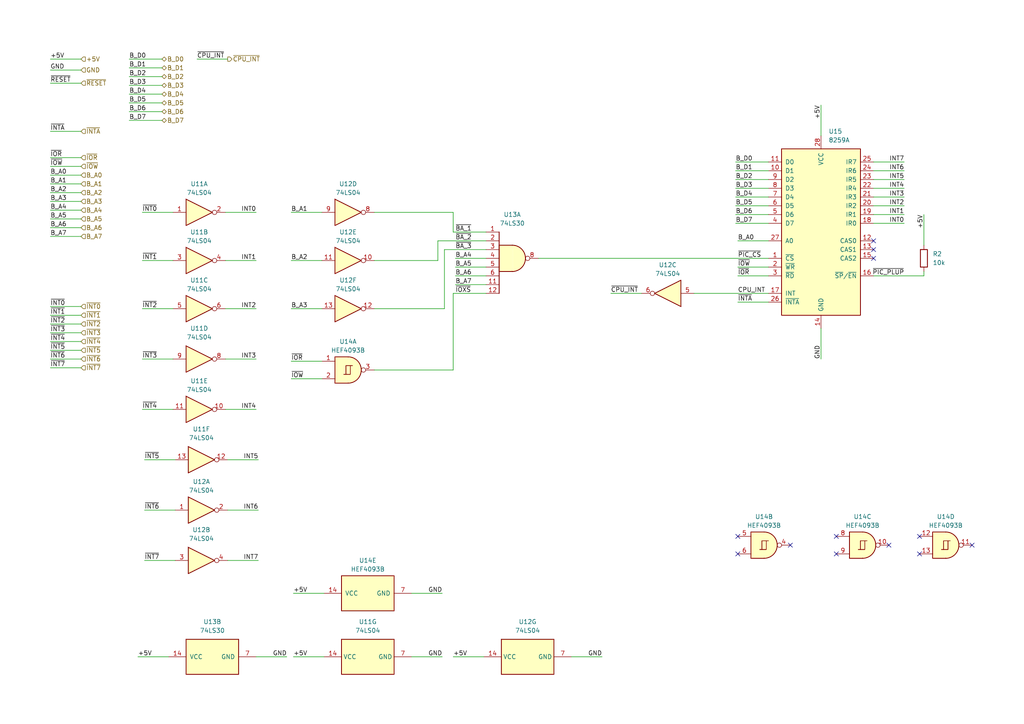
<source format=kicad_sch>
(kicad_sch (version 20230121) (generator eeschema)
  (paper "A4")
  (title_block (title "Simple Z80 board with 8259 PIC") (date "2024-01-23") (rev "1.0"))
  (lib_symbols
    (symbol "4xxx:HEF4093B" (pin_names (offset 1.016))
      (property "Reference" "U" (at 0 1.27 0))
      (property "Value" "HEF4093B" (at 0 -1.27 0))
      (symbol "HEF4093B_1_0"
        (polyline (pts (xy -0.635 -1.27) (xy -0.635 1.27) (xy 0.635 1.27)))
        (polyline (pts (xy -0.635 -1.27) (xy -0.635 1.27) (xy 0.635 1.27)))
        (polyline (pts (xy -1.27 -1.27) (xy 0.635 -1.27) (xy 0.635 1.27) (xy 1.27 1.27)))
        (polyline (pts (xy -1.27 -1.27) (xy 0.635 -1.27) (xy 0.635 1.27) (xy 1.27 1.27)))
      )
      (symbol "HEF4093B_1_1"
        (arc (start 0 -3.81) (mid 3.7934 0) (end 0 3.81) (stroke (width 0.254)) (fill (type background)))
        (polyline (pts (xy 0 3.81) (xy -3.81 3.81) (xy -3.81 -3.81) (xy 0 -3.81)) (stroke (width 0.254)) (fill (type background)))
        (pin input line (at -7.62 2.54 0) (length 3.81) (name "~") (number "1"))
        (pin input line (at -7.62 -2.54 0) (length 3.81) (name "~") (number "2"))
        (pin output inverted (at 7.62 0 180) (length 3.81) (name "~") (number "3"))
      )
      (symbol "HEF4093B_1_2"
        (arc (start -3.81 -3.81) (mid -2.589 0) (end -3.81 3.81) (stroke (width 0.254)))
        (arc (start -0.6096 -3.81) (mid 2.1842 -2.5851) (end 3.81 0) (stroke (width 0.254)) (fill (type background)))
        (polyline (pts (xy -3.81 -3.81) (xy -0.635 -3.81)) (stroke (width 0.254)) (fill (type background)))
        (polyline (pts (xy -3.81 3.81) (xy -0.635 3.81)) (stroke (width 0.254)) (fill (type background)))
        (polyline (pts (xy -0.635 3.81) (xy -3.81 3.81) (xy -3.81 3.81) (xy -3.556 3.4036) (xy -3.0226 2.2606) (xy -2.6924 1.0414) (xy -2.6162 -0.254) (xy -2.7686 -1.4986) (xy -3.175 -2.7178) (xy -3.81 -3.81) (xy -3.81 -3.81) (xy -0.635 -3.81)) (stroke (width -25.4)) (fill (type background)))
        (arc (start 3.81 0) (mid 2.1915 2.5936) (end -0.6096 3.81) (stroke (width 0.254)) (fill (type background)))
        (pin input inverted (at -7.62 2.54 0) (length 4.318) (name "~") (number "1"))
        (pin input inverted (at -7.62 -2.54 0) (length 4.318) (name "~") (number "2"))
        (pin output line (at 7.62 0 180) (length 3.81) (name "~") (number "3"))
      )
      (symbol "HEF4093B_2_0"
        (polyline (pts (xy -0.635 -1.27) (xy -0.635 1.27) (xy 0.635 1.27)))
        (polyline (pts (xy -0.635 -1.27) (xy -0.635 1.27) (xy 0.635 1.27)))
        (polyline (pts (xy -1.27 -1.27) (xy 0.635 -1.27) (xy 0.635 1.27) (xy 1.27 1.27)))
        (polyline (pts (xy -1.27 -1.27) (xy 0.635 -1.27) (xy 0.635 1.27) (xy 1.27 1.27)))
      )
      (symbol "HEF4093B_2_1"
        (arc (start 0 -3.81) (mid 3.7934 0) (end 0 3.81) (stroke (width 0.254)) (fill (type background)))
        (polyline (pts (xy 0 3.81) (xy -3.81 3.81) (xy -3.81 -3.81) (xy 0 -3.81)) (stroke (width 0.254)) (fill (type background)))
        (pin output inverted (at 7.62 0 180) (length 3.81) (name "~") (number "4"))
        (pin input line (at -7.62 2.54 0) (length 3.81) (name "~") (number "5"))
        (pin input line (at -7.62 -2.54 0) (length 3.81) (name "~") (number "6"))
      )
      (symbol "HEF4093B_2_2"
        (arc (start -3.81 -3.81) (mid -2.589 0) (end -3.81 3.81) (stroke (width 0.254)))
        (arc (start -0.6096 -3.81) (mid 2.1842 -2.5851) (end 3.81 0) (stroke (width 0.254)) (fill (type background)))
        (polyline (pts (xy -3.81 -3.81) (xy -0.635 -3.81)) (stroke (width 0.254)) (fill (type background)))
        (polyline (pts (xy -3.81 3.81) (xy -0.635 3.81)) (stroke (width 0.254)) (fill (type background)))
        (polyline (pts (xy -0.635 3.81) (xy -3.81 3.81) (xy -3.81 3.81) (xy -3.556 3.4036) (xy -3.0226 2.2606) (xy -2.6924 1.0414) (xy -2.6162 -0.254) (xy -2.7686 -1.4986) (xy -3.175 -2.7178) (xy -3.81 -3.81) (xy -3.81 -3.81) (xy -0.635 -3.81)) (stroke (width -25.4)) (fill (type background)))
        (arc (start 3.81 0) (mid 2.1915 2.5936) (end -0.6096 3.81) (stroke (width 0.254)) (fill (type background)))
        (pin output line (at 7.62 0 180) (length 3.81) (name "~") (number "4"))
        (pin input inverted (at -7.62 2.54 0) (length 4.318) (name "~") (number "5"))
        (pin input inverted (at -7.62 -2.54 0) (length 4.318) (name "~") (number "6"))
      )
      (symbol "HEF4093B_3_0"
        (polyline (pts (xy -0.635 -1.27) (xy -0.635 1.27) (xy 0.635 1.27)))
        (polyline (pts (xy -0.635 -1.27) (xy -0.635 1.27) (xy 0.635 1.27)))
        (polyline (pts (xy -1.27 -1.27) (xy 0.635 -1.27) (xy 0.635 1.27) (xy 1.27 1.27)))
        (polyline (pts (xy -1.27 -1.27) (xy 0.635 -1.27) (xy 0.635 1.27) (xy 1.27 1.27)))
      )
      (symbol "HEF4093B_3_1"
        (arc (start 0 -3.81) (mid 3.7934 0) (end 0 3.81) (stroke (width 0.254)) (fill (type background)))
        (polyline (pts (xy 0 3.81) (xy -3.81 3.81) (xy -3.81 -3.81) (xy 0 -3.81)) (stroke (width 0.254)) (fill (type background)))
        (pin output inverted (at 7.62 0 180) (length 3.81) (name "~") (number "10"))
        (pin input line (at -7.62 2.54 0) (length 3.81) (name "~") (number "8"))
        (pin input line (at -7.62 -2.54 0) (length 3.81) (name "~") (number "9"))
      )
      (symbol "HEF4093B_3_2"
        (arc (start -3.81 -3.81) (mid -2.589 0) (end -3.81 3.81) (stroke (width 0.254)))
        (arc (start -0.6096 -3.81) (mid 2.1842 -2.5851) (end 3.81 0) (stroke (width 0.254)) (fill (type background)))
        (polyline (pts (xy -3.81 -3.81) (xy -0.635 -3.81)) (stroke (width 0.254)) (fill (type background)))
        (polyline (pts (xy -3.81 3.81) (xy -0.635 3.81)) (stroke (width 0.254)) (fill (type background)))
        (polyline (pts (xy -0.635 3.81) (xy -3.81 3.81) (xy -3.81 3.81) (xy -3.556 3.4036) (xy -3.0226 2.2606) (xy -2.6924 1.0414) (xy -2.6162 -0.254) (xy -2.7686 -1.4986) (xy -3.175 -2.7178) (xy -3.81 -3.81) (xy -3.81 -3.81) (xy -0.635 -3.81)) (stroke (width -25.4)) (fill (type background)))
        (arc (start 3.81 0) (mid 2.1915 2.5936) (end -0.6096 3.81) (stroke (width 0.254)) (fill (type background)))
        (pin output line (at 7.62 0 180) (length 3.81) (name "~") (number "10"))
        (pin input inverted (at -7.62 2.54 0) (length 4.318) (name "~") (number "8"))
        (pin input inverted (at -7.62 -2.54 0) (length 4.318) (name "~") (number "9"))
      )
      (symbol "HEF4093B_4_0"
        (polyline (pts (xy -0.635 -1.27) (xy -0.635 1.27) (xy 0.635 1.27)))
        (polyline (pts (xy -0.635 -1.27) (xy -0.635 1.27) (xy 0.635 1.27)))
        (polyline (pts (xy -1.27 -1.27) (xy 0.635 -1.27) (xy 0.635 1.27) (xy 1.27 1.27)))
        (polyline (pts (xy -1.27 -1.27) (xy 0.635 -1.27) (xy 0.635 1.27) (xy 1.27 1.27)))
      )
      (symbol "HEF4093B_4_1"
        (arc (start 0 -3.81) (mid 3.7934 0) (end 0 3.81) (stroke (width 0.254)) (fill (type background)))
        (polyline (pts (xy 0 3.81) (xy -3.81 3.81) (xy -3.81 -3.81) (xy 0 -3.81)) (stroke (width 0.254)) (fill (type background)))
        (pin output inverted (at 7.62 0 180) (length 3.81) (name "~") (number "11"))
        (pin input line (at -7.62 2.54 0) (length 3.81) (name "~") (number "12"))
        (pin input line (at -7.62 -2.54 0) (length 3.81) (name "~") (number "13"))
      )
      (symbol "HEF4093B_4_2"
        (arc (start -3.81 -3.81) (mid -2.589 0) (end -3.81 3.81) (stroke (width 0.254)))
        (arc (start -0.6096 -3.81) (mid 2.1842 -2.5851) (end 3.81 0) (stroke (width 0.254)) (fill (type background)))
        (polyline (pts (xy -3.81 -3.81) (xy -0.635 -3.81)) (stroke (width 0.254)) (fill (type background)))
        (polyline (pts (xy -3.81 3.81) (xy -0.635 3.81)) (stroke (width 0.254)) (fill (type background)))
        (polyline (pts (xy -0.635 3.81) (xy -3.81 3.81) (xy -3.81 3.81) (xy -3.556 3.4036) (xy -3.0226 2.2606) (xy -2.6924 1.0414) (xy -2.6162 -0.254) (xy -2.7686 -1.4986) (xy -3.175 -2.7178) (xy -3.81 -3.81) (xy -3.81 -3.81) (xy -0.635 -3.81)) (stroke (width -25.4)) (fill (type background)))
        (arc (start 3.81 0) (mid 2.1915 2.5936) (end -0.6096 3.81) (stroke (width 0.254)) (fill (type background)))
        (pin output line (at 7.62 0 180) (length 3.81) (name "~") (number "11"))
        (pin input inverted (at -7.62 2.54 0) (length 4.318) (name "~") (number "12"))
        (pin input inverted (at -7.62 -2.54 0) (length 4.318) (name "~") (number "13"))
      )
      (symbol "HEF4093B_5_0"
        (pin power_in line (at 0 12.7 270) (length 5.08) (name "VCC") (number "14"))
        (pin power_in line (at 0 -12.7 90) (length 5.08) (name "GND") (number "7"))
      )
      (symbol "HEF4093B_5_1"
        (rectangle (start -5.08 7.62) (end 5.08 -7.62) (stroke (width 0.254)) (fill (type background)))
      )
    )
    (symbol "74xx:74LS04"
      (property "Reference" "U" (at 0 1.27 0))
      (property "Value" "74LS04" (at 0 -1.27 0))
      (symbol "74LS04_1_0"
        (polyline (pts (xy -3.81 3.81) (xy -3.81 -3.81) (xy 3.81 0) (xy -3.81 3.81)) (stroke (width 0.254)) (fill (type background)))
        (pin input line (at -7.62 0 0) (length 3.81) (name "~") (number "1"))
        (pin output inverted (at 7.62 0 180) (length 3.81) (name "~") (number "2"))
      )
      (symbol "74LS04_2_0"
        (polyline (pts (xy -3.81 3.81) (xy -3.81 -3.81) (xy 3.81 0) (xy -3.81 3.81)) (stroke (width 0.254)) (fill (type background)))
        (pin input line (at -7.62 0 0) (length 3.81) (name "~") (number "3"))
        (pin output inverted (at 7.62 0 180) (length 3.81) (name "~") (number "4"))
      )
      (symbol "74LS04_3_0"
        (polyline (pts (xy -3.81 3.81) (xy -3.81 -3.81) (xy 3.81 0) (xy -3.81 3.81)) (stroke (width 0.254)) (fill (type background)))
        (pin input line (at -7.62 0 0) (length 3.81) (name "~") (number "5"))
        (pin output inverted (at 7.62 0 180) (length 3.81) (name "~") (number "6"))
      )
      (symbol "74LS04_4_0"
        (polyline (pts (xy -3.81 3.81) (xy -3.81 -3.81) (xy 3.81 0) (xy -3.81 3.81)) (stroke (width 0.254)) (fill (type background)))
        (pin output inverted (at 7.62 0 180) (length 3.81) (name "~") (number "8"))
        (pin input line (at -7.62 0 0) (length 3.81) (name "~") (number "9"))
      )
      (symbol "74LS04_5_0"
        (polyline (pts (xy -3.81 3.81) (xy -3.81 -3.81) (xy 3.81 0) (xy -3.81 3.81)) (stroke (width 0.254)) (fill (type background)))
        (pin output inverted (at 7.62 0 180) (length 3.81) (name "~") (number "10"))
        (pin input line (at -7.62 0 0) (length 3.81) (name "~") (number "11"))
      )
      (symbol "74LS04_6_0"
        (polyline (pts (xy -3.81 3.81) (xy -3.81 -3.81) (xy 3.81 0) (xy -3.81 3.81)) (stroke (width 0.254)) (fill (type background)))
        (pin output inverted (at 7.62 0 180) (length 3.81) (name "~") (number "12"))
        (pin input line (at -7.62 0 0) (length 3.81) (name "~") (number "13"))
      )
      (symbol "74LS04_7_0"
        (pin power_in line (at 0 12.7 270) (length 5.08) (name "VCC") (number "14"))
        (pin power_in line (at 0 -12.7 90) (length 5.08) (name "GND") (number "7"))
      )
      (symbol "74LS04_7_1"
        (rectangle (start -5.08 7.62) (end 5.08 -7.62) (stroke (width 0.254)) (fill (type background)))
      )
    )
    (symbol "74xx:74LS30" (pin_names (offset 1.016))
      (property "Reference" "U" (at 0 1.27 0))
      (property "Value" "74LS30" (at 0 -1.27 0))
      (symbol "74LS30_1_1"
        (arc (start 0 -3.81) (mid 3.7934 0) (end 0 3.81) (stroke (width 0.254)) (fill (type background)))
        (polyline (pts (xy -3.81 7.62) (xy -3.81 -10.16)) (stroke (width 0.254)))
        (polyline (pts (xy 0 3.81) (xy -3.81 3.81) (xy -3.81 -3.81) (xy 0 -3.81)) (stroke (width 0.254)) (fill (type background)))
        (pin input line (at -7.62 7.62 0) (length 3.81) (name "~") (number "1"))
        (pin input line (at -7.62 -7.62 0) (length 3.81) (name "~") (number "11"))
        (pin input line (at -7.62 -10.16 0) (length 3.81) (name "~") (number "12"))
        (pin input line (at -7.62 5.08 0) (length 3.81) (name "~") (number "2"))
        (pin input line (at -7.62 2.54 0) (length 3.81) (name "~") (number "3"))
        (pin input line (at -7.62 0 0) (length 3.81) (name "~") (number "4"))
        (pin input line (at -7.62 -2.54 0) (length 3.81) (name "~") (number "5"))
        (pin input line (at -7.62 -5.08 0) (length 3.81) (name "~") (number "6"))
        (pin output inverted (at 7.62 0 180) (length 3.81) (name "~") (number "8"))
      )
      (symbol "74LS30_1_2"
        (arc (start -3.81 -3.81) (mid -2.589 0) (end -3.81 3.81) (stroke (width 0.254)))
        (arc (start -0.6096 -3.81) (mid 2.1842 -2.5851) (end 3.81 0) (stroke (width 0.254)) (fill (type background)))
        (polyline (pts (xy -3.81 -3.81) (xy -3.81 -10.16)) (stroke (width 0.254)))
        (polyline (pts (xy -3.81 -3.81) (xy -0.635 -3.81)) (stroke (width 0.254)) (fill (type background)))
        (polyline (pts (xy -3.81 3.81) (xy -0.635 3.81)) (stroke (width 0.254)) (fill (type background)))
        (polyline (pts (xy -3.81 7.62) (xy -3.81 3.81)) (stroke (width 0.254)))
        (polyline (pts (xy -0.635 3.81) (xy -3.81 3.81) (xy -3.81 3.81) (xy -3.556 3.4036) (xy -3.0226 2.2606) (xy -2.6924 1.0414) (xy -2.6162 -0.254) (xy -2.7686 -1.4986) (xy -3.175 -2.7178) (xy -3.81 -3.81) (xy -3.81 -3.81) (xy -0.635 -3.81)) (stroke (width -25.4)) (fill (type background)))
        (arc (start 3.81 0) (mid 2.1915 2.5936) (end -0.6096 3.81) (stroke (width 0.254)) (fill (type background)))
        (pin input inverted (at -7.62 7.62 0) (length 3.81) (name "~") (number "1"))
        (pin input inverted (at -7.62 -7.62 0) (length 3.81) (name "~") (number "11"))
        (pin input inverted (at -7.62 -10.16 0) (length 3.81) (name "~") (number "12"))
        (pin input inverted (at -7.62 5.08 0) (length 3.81) (name "~") (number "2"))
        (pin input inverted (at -7.62 2.54 0) (length 4.5466) (name "~") (number "3"))
        (pin input inverted (at -7.62 0 0) (length 5.08) (name "~") (number "4"))
        (pin input inverted (at -7.62 -2.54 0) (length 4.5466) (name "~") (number "5"))
        (pin input inverted (at -7.62 -5.08 0) (length 3.81) (name "~") (number "6"))
        (pin output line (at 7.62 0 180) (length 3.81) (name "~") (number "8"))
      )
      (symbol "74LS30_2_0"
        (pin power_in line (at 0 12.7 270) (length 5.08) (name "VCC") (number "14"))
        (pin power_in line (at 0 -12.7 90) (length 5.08) (name "GND") (number "7"))
      )
      (symbol "74LS30_2_1"
        (rectangle (start -5.08 7.62) (end 5.08 -7.62) (stroke (width 0.254)) (fill (type background)))
      )
    )
    (symbol "Device:R" (pin_numbers hide) (pin_names (offset 0))
      (property "Reference" "R" (at 2.032 0 90))
      (property "Value" "R" (at 0 0 90))
      (symbol "R_0_1"
        (rectangle (start -1.016 -2.54) (end 1.016 2.54) (stroke (width 0.254)))
      )
      (symbol "R_1_1"
        (pin passive line (at 0 3.81 270) (length 1.27) (name "~") (number "1"))
        (pin passive line (at 0 -3.81 90) (length 1.27) (name "~") (number "2"))
      )
    )
    (symbol "Interface:8259A" (pin_names (offset 1.016))
      (property "Reference" "U" (at -10.16 25.4 0))
      (property "Value" "8259A" (at 8.89 25.4 0))
      (symbol "8259A_0_1"
        (rectangle (start -11.43 24.13) (end 11.43 -24.13) (stroke (width 0.254)) (fill (type background)))
      )
      (symbol "8259A_1_1"
        (pin input line (at -15.24 -7.62 0) (length 3.81) (name "~{CS}") (number "1"))
        (pin bidirectional line (at -15.24 17.78 0) (length 3.81) (name "D1") (number "10"))
        (pin bidirectional line (at -15.24 20.32 0) (length 3.81) (name "D0") (number "11"))
        (pin input line (at 15.24 -2.54 180) (length 3.81) (name "CAS0") (number "12"))
        (pin output line (at 15.24 -5.08 180) (length 3.81) (name "CAS1") (number "13"))
        (pin power_in line (at 0 -27.94 90) (length 3.81) (name "GND") (number "14"))
        (pin output line (at 15.24 -7.62 180) (length 3.81) (name "CAS2") (number "15"))
        (pin bidirectional line (at 15.24 -12.7 180) (length 3.81) (name "~{SP}/~{EN}") (number "16"))
        (pin output line (at -15.24 -17.78 0) (length 3.81) (name "INT") (number "17"))
        (pin input line (at 15.24 2.54 180) (length 3.81) (name "IR0") (number "18"))
        (pin input line (at 15.24 5.08 180) (length 3.81) (name "IR1") (number "19"))
        (pin input line (at -15.24 -10.16 0) (length 3.81) (name "~{WR}") (number "2"))
        (pin input line (at 15.24 7.62 180) (length 3.81) (name "IR2") (number "20"))
        (pin input line (at 15.24 10.16 180) (length 3.81) (name "IR3") (number "21"))
        (pin input line (at 15.24 12.7 180) (length 3.81) (name "IR4") (number "22"))
        (pin input line (at 15.24 15.24 180) (length 3.81) (name "IR5") (number "23"))
        (pin input line (at 15.24 17.78 180) (length 3.81) (name "IR6") (number "24"))
        (pin input line (at 15.24 20.32 180) (length 3.81) (name "IR7") (number "25"))
        (pin input line (at -15.24 -20.32 0) (length 3.81) (name "~{INTA}") (number "26"))
        (pin input line (at -15.24 -2.54 0) (length 3.81) (name "A0") (number "27"))
        (pin power_in line (at 0 27.94 270) (length 3.81) (name "VCC") (number "28"))
        (pin input line (at -15.24 -12.7 0) (length 3.81) (name "~{RD}") (number "3"))
        (pin bidirectional line (at -15.24 2.54 0) (length 3.81) (name "D7") (number "4"))
        (pin bidirectional line (at -15.24 5.08 0) (length 3.81) (name "D6") (number "5"))
        (pin bidirectional line (at -15.24 7.62 0) (length 3.81) (name "D5") (number "6"))
        (pin bidirectional line (at -15.24 10.16 0) (length 3.81) (name "D4") (number "7"))
        (pin bidirectional line (at -15.24 12.7 0) (length 3.81) (name "D3") (number "8"))
        (pin bidirectional line (at -15.24 15.24 0) (length 3.81) (name "D2") (number "9"))
      )
    )
  )
  (no_connect (at 253.365 72.39))
  (no_connect (at 266.7 155.575))
  (no_connect (at 242.57 155.575))
  (no_connect (at 266.7 160.655))
  (no_connect (at 253.365 74.93))
  (no_connect (at 257.81 158.115))
  (no_connect (at 242.57 160.655))
  (no_connect (at 229.235 158.115))
  (no_connect (at 213.995 155.575))
  (no_connect (at 253.365 69.85))
  (no_connect (at 213.995 160.655))
  (no_connect (at 281.94 158.115))
  (wire (pts (xy 186.055 85.09) (xy 177.165 85.09)))
  (wire (pts (xy 267.97 80.01) (xy 253.365 80.01)))
  (wire (pts (xy 127 69.85) (xy 140.97 69.85)))
  (wire (pts (xy 262.255 57.15) (xy 253.365 57.15)))
  (wire (pts (xy 46.99 24.765) (xy 37.465 24.765)))
  (wire (pts (xy 14.605 20.32) (xy 23.495 20.32)))
  (wire (pts (xy 46.99 34.925) (xy 37.465 34.925)))
  (wire (pts (xy 84.455 89.535) (xy 93.345 89.535)))
  (wire (pts (xy 222.885 57.15) (xy 213.36 57.15)))
  (wire (pts (xy 41.275 75.565) (xy 50.165 75.565)))
  (wire (pts (xy 46.99 17.145) (xy 37.465 17.145)))
  (wire (pts (xy 222.885 64.77) (xy 213.36 64.77)))
  (wire (pts (xy 14.605 17.145) (xy 23.495 17.145)))
  (wire (pts (xy 262.255 49.53) (xy 253.365 49.53)))
  (wire (pts (xy 14.605 106.68) (xy 23.495 106.68)))
  (wire (pts (xy 74.295 89.535) (xy 65.405 89.535)))
  (wire (pts (xy 46.99 27.305) (xy 37.465 27.305)))
  (wire (pts (xy 262.255 59.69) (xy 253.365 59.69)))
  (wire (pts (xy 41.275 118.745) (xy 50.165 118.745)))
  (wire (pts (xy 222.885 59.69) (xy 213.36 59.69)))
  (wire (pts (xy 213.995 77.47) (xy 222.885 77.47)))
  (wire (pts (xy 41.91 147.955) (xy 50.8 147.955)))
  (wire (pts (xy 131.445 61.595) (xy 131.445 67.31)))
  (wire (pts (xy 14.605 101.6) (xy 23.495 101.6)))
  (wire (pts (xy 213.995 80.01) (xy 222.885 80.01)))
  (wire (pts (xy 41.275 104.14) (xy 50.165 104.14)))
  (wire (pts (xy 14.605 24.13) (xy 23.495 24.13)))
  (wire (pts (xy 108.585 107.315) (xy 131.445 107.315)))
  (wire (pts (xy 132.08 80.01) (xy 140.97 80.01)))
  (wire (pts (xy 46.99 22.225) (xy 37.465 22.225)))
  (wire (pts (xy 140.97 85.09) (xy 131.445 85.09)))
  (wire (pts (xy 14.605 91.44) (xy 23.495 91.44)))
  (wire (pts (xy 66.04 17.145) (xy 57.15 17.145)))
  (wire (pts (xy 222.885 62.23) (xy 213.36 62.23)))
  (wire (pts (xy 46.99 19.685) (xy 37.465 19.685)))
  (wire (pts (xy 267.97 78.74) (xy 267.97 80.01)))
  (wire (pts (xy 127 75.565) (xy 127 69.85)))
  (wire (pts (xy 128.905 72.39) (xy 140.97 72.39)))
  (wire (pts (xy 74.93 147.955) (xy 66.04 147.955)))
  (wire (pts (xy 128.905 89.535) (xy 128.905 72.39)))
  (wire (pts (xy 84.455 61.595) (xy 93.345 61.595)))
  (wire (pts (xy 14.605 88.9) (xy 23.495 88.9)))
  (wire (pts (xy 14.605 55.88) (xy 23.495 55.88)))
  (wire (pts (xy 262.255 64.77) (xy 253.365 64.77)))
  (wire (pts (xy 222.885 54.61) (xy 213.36 54.61)))
  (wire (pts (xy 74.295 104.14) (xy 65.405 104.14)))
  (wire (pts (xy 238.125 30.48) (xy 238.125 39.37)))
  (wire (pts (xy 213.995 69.85) (xy 222.885 69.85)))
  (wire (pts (xy 14.605 93.98) (xy 23.495 93.98)))
  (wire (pts (xy 238.125 104.14) (xy 238.125 95.25)))
  (wire (pts (xy 74.93 162.56) (xy 66.04 162.56)))
  (wire (pts (xy 41.91 133.35) (xy 50.8 133.35)))
  (wire (pts (xy 222.885 49.53) (xy 213.36 49.53)))
  (wire (pts (xy 262.255 46.99) (xy 253.365 46.99)))
  (wire (pts (xy 40.005 190.5) (xy 48.895 190.5)))
  (wire (pts (xy 108.585 89.535) (xy 128.905 89.535)))
  (wire (pts (xy 132.08 77.47) (xy 140.97 77.47)))
  (wire (pts (xy 85.09 190.5) (xy 93.98 190.5)))
  (wire (pts (xy 262.255 62.23) (xy 253.365 62.23)))
  (wire (pts (xy 84.455 109.855) (xy 93.345 109.855)))
  (wire (pts (xy 14.605 50.8) (xy 23.495 50.8)))
  (wire (pts (xy 262.255 54.61) (xy 253.365 54.61)))
  (wire (pts (xy 14.605 60.96) (xy 23.495 60.96)))
  (wire (pts (xy 14.605 96.52) (xy 23.495 96.52)))
  (wire (pts (xy 41.91 162.56) (xy 50.8 162.56)))
  (wire (pts (xy 14.605 48.26) (xy 23.495 48.26)))
  (wire (pts (xy 14.605 53.34) (xy 23.495 53.34)))
  (wire (pts (xy 41.275 89.535) (xy 50.165 89.535)))
  (wire (pts (xy 108.585 75.565) (xy 127 75.565)))
  (wire (pts (xy 156.21 74.93) (xy 222.885 74.93)))
  (wire (pts (xy 174.625 190.5) (xy 165.735 190.5)))
  (wire (pts (xy 74.295 118.745) (xy 65.405 118.745)))
  (wire (pts (xy 14.605 63.5) (xy 23.495 63.5)))
  (wire (pts (xy 85.09 172.085) (xy 93.98 172.085)))
  (wire (pts (xy 222.885 52.07) (xy 213.36 52.07)))
  (wire (pts (xy 222.885 46.99) (xy 213.36 46.99)))
  (wire (pts (xy 74.93 133.35) (xy 66.04 133.35)))
  (wire (pts (xy 128.27 172.085) (xy 119.38 172.085)))
  (wire (pts (xy 108.585 61.595) (xy 131.445 61.595)))
  (wire (pts (xy 46.99 29.845) (xy 37.465 29.845)))
  (wire (pts (xy 46.99 32.385) (xy 37.465 32.385)))
  (wire (pts (xy 132.08 82.55) (xy 140.97 82.55)))
  (wire (pts (xy 14.605 68.58) (xy 23.495 68.58)))
  (wire (pts (xy 131.445 85.09) (xy 131.445 107.315)))
  (wire (pts (xy 14.605 58.42) (xy 23.495 58.42)))
  (wire (pts (xy 131.445 190.5) (xy 140.335 190.5)))
  (wire (pts (xy 201.295 85.09) (xy 222.885 85.09)))
  (wire (pts (xy 131.445 67.31) (xy 140.97 67.31)))
  (wire (pts (xy 14.605 104.14) (xy 23.495 104.14)))
  (wire (pts (xy 128.27 190.5) (xy 119.38 190.5)))
  (wire (pts (xy 74.295 75.565) (xy 65.405 75.565)))
  (wire (pts (xy 14.605 66.04) (xy 23.495 66.04)))
  (wire (pts (xy 262.255 52.07) (xy 253.365 52.07)))
  (wire (pts (xy 84.455 104.775) (xy 93.345 104.775)))
  (wire (pts (xy 14.605 99.06) (xy 23.495 99.06)))
  (wire (pts (xy 14.605 45.72) (xy 23.495 45.72)))
  (wire (pts (xy 74.295 61.595) (xy 65.405 61.595)))
  (wire (pts (xy 132.08 74.93) (xy 140.97 74.93)))
  (wire (pts (xy 41.275 61.595) (xy 50.165 61.595)))
  (wire (pts (xy 84.455 75.565) (xy 93.345 75.565)))
  (wire (pts (xy 14.605 38.1) (xy 23.495 38.1)))
  (wire (pts (xy 267.97 62.23) (xy 267.97 71.12)))
  (wire (pts (xy 213.995 87.63) (xy 222.885 87.63)))
  (wire (pts (xy 83.185 190.5) (xy 74.295 190.5)))
  (label "CPU_INT" (at 213.995 85.09 0))
  (label "B_A4" (at 14.605 60.96 0))
  (label "~{IOW}" (at 84.455 109.855 0))
  (label "~{INT3}" (at 14.605 96.52 0))
  (label "INT3" (at 262.255 57.15 180))
  (label "B_A6" (at 132.08 80.01 0))
  (label "~{PIC_PLUP}" (at 262.255 80.01 180))
  (label "~{INTA}" (at 213.995 87.63 0))
  (label "B_A3" (at 84.455 89.535 0))
  (label "GND" (at 128.27 172.085 180))
  (label "~{RESET}" (at 14.605 24.13 0))
  (label "~{INT5}" (at 41.91 133.35 0))
  (label "+5V" (at 85.09 190.5 0))
  (label "~{BA_2}" (at 132.08 69.85 0))
  (label "B_D0" (at 37.465 17.145 0))
  (label "B_A5" (at 14.605 63.5 0))
  (label "GND" (at 14.605 20.32 0))
  (label "INT7" (at 74.93 162.56 180))
  (label "B_D2" (at 213.36 52.07 0))
  (label "B_A3" (at 14.605 58.42 0))
  (label "B_A6" (at 14.605 66.04 0))
  (label "INT6" (at 262.255 49.53 180))
  (label "B_D5" (at 213.36 59.69 0))
  (label "INT5" (at 74.93 133.35 180))
  (label "INT6" (at 74.93 147.955 180))
  (label "~{INTA}" (at 14.605 38.1 0))
  (label "B_D6" (at 213.36 62.23 0))
  (label "INT3" (at 74.295 104.14 180))
  (label "~{INT4}" (at 14.605 99.06 0))
  (label "~{CPU_INT}" (at 57.15 17.145 0))
  (label "~{BA_3}" (at 132.08 72.39 0))
  (label "B_A4" (at 132.08 74.93 0))
  (label "~{INT3}" (at 41.275 104.14 0))
  (label "+5V" (at 131.445 190.5 0))
  (label "B_D4" (at 213.36 57.15 0))
  (label "INT4" (at 262.255 54.61 180))
  (label "~{IOR}" (at 213.995 80.01 0))
  (label "B_A2" (at 14.605 55.88 0))
  (label "~{INT2}" (at 14.605 93.98 0))
  (label "~{INT7}" (at 14.605 106.68 0))
  (label "+5V" (at 267.97 62.23 270))
  (label "~{PIC_CS}" (at 213.995 74.93 0))
  (label "INT1" (at 74.295 75.565 180))
  (label "B_D7" (at 37.465 34.925 0))
  (label "B_A2" (at 84.455 75.565 0))
  (label "B_A1" (at 14.605 53.34 0))
  (label "B_A7" (at 14.605 68.58 0))
  (label "~{INT0}" (at 41.275 61.595 0))
  (label "B_D0" (at 213.36 46.99 0))
  (label "~{INT1}" (at 41.275 75.565 0))
  (label "B_A0" (at 213.995 69.85 0))
  (label "~{BA_1}" (at 132.08 67.31 0))
  (label "~{INT0}" (at 14.605 88.9 0))
  (label "B_D5" (at 37.465 29.845 0))
  (label "B_A7" (at 132.08 82.55 0))
  (label "~{IOR}" (at 14.605 45.72 0))
  (label "B_D3" (at 213.36 54.61 0))
  (label "INT0" (at 74.295 61.595 180))
  (label "+5V" (at 40.005 190.5 0))
  (label "~{INT6}" (at 14.605 104.14 0))
  (label "GND" (at 83.185 190.5 180))
  (label "INT1" (at 262.255 62.23 180))
  (label "GND" (at 128.27 190.5 180))
  (label "~{INT6}" (at 41.91 147.955 0))
  (label "INT5" (at 262.255 52.07 180))
  (label "+5V" (at 14.605 17.145 0))
  (label "B_D2" (at 37.465 22.225 0))
  (label "B_D6" (at 37.465 32.385 0))
  (label "~{CPU_INT}" (at 177.165 85.09 0))
  (label "INT0" (at 262.255 64.77 180))
  (label "~{INT7}" (at 41.91 162.56 0))
  (label "B_A5" (at 132.08 77.47 0))
  (label "+5V" (at 85.09 172.085 0))
  (label "B_A0" (at 14.605 50.8 0))
  (label "+5V" (at 238.125 30.48 270))
  (label "~{INT4}" (at 41.275 118.745 0))
  (label "B_D7" (at 213.36 64.77 0))
  (label "~{IOXS}" (at 132.08 85.09 0))
  (label "~{IOW}" (at 14.605 48.26 0))
  (label "~{IOW}" (at 213.995 77.47 0))
  (label "INT2" (at 74.295 89.535 180))
  (label "~{INT1}" (at 14.605 91.44 0))
  (label "~{INT2}" (at 41.275 89.535 0))
  (label "B_D4" (at 37.465 27.305 0))
  (label "INT4" (at 74.295 118.745 180))
  (label "B_D1" (at 37.465 19.685 0))
  (label "~{INT5}" (at 14.605 101.6 0))
  (label "GND" (at 238.125 104.14 90))
  (label "~{IOR}" (at 84.455 104.775 0))
  (label "INT7" (at 262.255 46.99 180))
  (label "B_D1" (at 213.36 49.53 0))
  (label "B_A1" (at 84.455 61.595 0))
  (label "GND" (at 174.625 190.5 180))
  (label "INT2" (at 262.255 59.69 180))
  (label "B_D3" (at 37.465 24.765 0))
  (hierarchical_label "B_D4" (shape tri_state) (at 46.99 27.305 0))
  (hierarchical_label "~{INT4}" (shape input) (at 23.495 99.06 0))
  (hierarchical_label "B_D1" (shape tri_state) (at 46.99 19.685 0))
  (hierarchical_label "B_A5" (shape input) (at 23.495 63.5 0))
  (hierarchical_label "B_A4" (shape input) (at 23.495 60.96 0))
  (hierarchical_label "~{INT3}" (shape input) (at 23.495 96.52 0))
  (hierarchical_label "B_A0" (shape input) (at 23.495 50.8 0))
  (hierarchical_label "B_D6" (shape tri_state) (at 46.99 32.385 0))
  (hierarchical_label "+5V" (shape input) (at 23.495 17.145 0))
  (hierarchical_label "B_D2" (shape tri_state) (at 46.99 22.225 0))
  (hierarchical_label "B_A3" (shape input) (at 23.495 58.42 0))
  (hierarchical_label "B_D0" (shape tri_state) (at 46.99 17.145 0))
  (hierarchical_label "B_D7" (shape tri_state) (at 46.99 34.925 0))
  (hierarchical_label "~{INT1}" (shape input) (at 23.495 91.44 0))
  (hierarchical_label "GND" (shape input) (at 23.495 20.32 0))
  (hierarchical_label "B_A6" (shape input) (at 23.495 66.04 0))
  (hierarchical_label "~{INT5}" (shape input) (at 23.495 101.6 0))
  (hierarchical_label "B_A7" (shape input) (at 23.495 68.58 0))
  (hierarchical_label "~{INT0}" (shape input) (at 23.495 88.9 0))
  (hierarchical_label "B_D5" (shape tri_state) (at 46.99 29.845 0))
  (hierarchical_label "~{RESET}" (shape input) (at 23.495 24.13 0))
  (hierarchical_label "~{INT7}" (shape input) (at 23.495 106.68 0))
  (hierarchical_label "~{IOW}" (shape input) (at 23.495 48.26 0))
  (hierarchical_label "B_A1" (shape input) (at 23.495 53.34 0))
  (hierarchical_label "~{INTA}" (shape input) (at 23.495 38.1 0))
  (hierarchical_label "B_D3" (shape tri_state) (at 46.99 24.765 0))
  (hierarchical_label "~{INT2}" (shape input) (at 23.495 93.98 0))
  (hierarchical_label "B_A2" (shape input) (at 23.495 55.88 0))
  (hierarchical_label "~{CPU_INT}" (shape output) (at 66.04 17.145 0))
  (hierarchical_label "~{INT6}" (shape input) (at 23.495 104.14 0))
  (hierarchical_label "~{IOR}" (shape input) (at 23.495 45.72 0))
  (symbol (lib_id "74xx:74LS04") (at 58.42 147.955 0) (unit 1)
    (property "Reference" "U12" (at 58.42 139.7 0))
    (property "Value" "74LS04" (at 58.42 142.24 0))
    (property "Footprint" "Package_DIP:DIP-14_W7.62mm_Socket" (effects hide))
    (property "Datasheet" "http://www.ti.com/lit/gpn/sn74LS04" (effects hide))
  )
  (symbol (lib_id "74xx:74LS30") (at 148.59 74.93 0) (unit 1)
    (property "Reference" "U13" (at 148.5817 62.23 0))
    (property "Value" "74LS30" (at 148.5817 64.77 0))
    (property "Footprint" "Package_DIP:DIP-14_W7.62mm_Socket" (effects hide))
    (property "Datasheet" "http://www.ti.com/lit/gpn/sn74LS30" (effects hide))
  )
  (symbol (lib_id "74xx:74LS30") (at 61.595 190.5 90) (unit 2)
    (property "Reference" "U13" (at 61.595 180.34 90))
    (property "Value" "74LS30" (at 61.595 182.88 90))
    (property "Footprint" "Package_DIP:DIP-14_W7.62mm_Socket" (effects hide))
    (property "Datasheet" "http://www.ti.com/lit/gpn/sn74LS30" (effects hide))
  )
  (symbol (lib_id "4xxx:HEF4093B") (at 250.19 158.115 0) (unit 3)
    (property "Reference" "U14" (at 250.1817 149.86 0))
    (property "Value" "HEF4093B" (at 250.1817 152.4 0))
    (property "Footprint" "Package_DIP:DIP-14_W7.62mm_Socket" (effects hide))
    (property "Datasheet" "https://assets.nexperia.com/documents/data-sheet/HEF4093B.pdf" (effects hide))
  )
  (symbol (lib_id "74xx:74LS04") (at 100.965 75.565 0) (unit 5)
    (property "Reference" "U12" (at 100.965 67.31 0))
    (property "Value" "74LS04" (at 100.965 69.85 0))
    (property "Footprint" "Package_DIP:DIP-14_W7.62mm_Socket" (effects hide))
    (property "Datasheet" "http://www.ti.com/lit/gpn/sn74LS04" (effects hide))
  )
  (symbol (lib_id "74xx:74LS04") (at 193.675 85.09 180) (unit 3)
    (property "Reference" "U12" (at 193.675 76.835 0))
    (property "Value" "74LS04" (at 193.675 79.375 0))
    (property "Footprint" "Package_DIP:DIP-14_W7.62mm_Socket" (effects hide))
    (property "Datasheet" "http://www.ti.com/lit/gpn/sn74LS04" (effects hide))
  )
  (symbol (lib_id "74xx:74LS04") (at 58.42 133.35 0) (unit 6)
    (property "Reference" "U11" (at 58.42 124.46 0))
    (property "Value" "74LS04" (at 58.42 127 0))
    (property "Footprint" "Package_DIP:DIP-14_W7.62mm_Socket" (effects hide))
    (property "Datasheet" "http://www.ti.com/lit/gpn/sn74LS04" (effects hide))
  )
  (symbol (lib_id "74xx:74LS04") (at 57.785 61.595 0) (unit 1)
    (property "Reference" "U11" (at 57.785 53.34 0))
    (property "Value" "74LS04" (at 57.785 55.88 0))
    (property "Footprint" "Package_DIP:DIP-14_W7.62mm_Socket" (effects hide))
    (property "Datasheet" "http://www.ti.com/lit/gpn/sn74LS04" (effects hide))
  )
  (symbol (lib_id "4xxx:HEF4093B") (at 100.965 107.315 0) (unit 1)
    (property "Reference" "U14" (at 100.9567 99.06 0))
    (property "Value" "HEF4093B" (at 100.9567 101.6 0))
    (property "Footprint" "Package_DIP:DIP-14_W7.62mm_Socket" (effects hide))
    (property "Datasheet" "https://assets.nexperia.com/documents/data-sheet/HEF4093B.pdf" (effects hide))
  )
  (symbol (lib_id "4xxx:HEF4093B") (at 106.68 172.085 90) (unit 5)
    (property "Reference" "U14" (at 106.68 162.56 90))
    (property "Value" "HEF4093B" (at 106.68 165.1 90))
    (property "Footprint" "Package_DIP:DIP-14_W7.62mm_Socket" (effects hide))
    (property "Datasheet" "https://assets.nexperia.com/documents/data-sheet/HEF4093B.pdf" (effects hide))
  )
  (symbol (lib_id "4xxx:HEF4093B") (at 221.615 158.115 0) (unit 2)
    (property "Reference" "U14" (at 221.6067 149.86 0))
    (property "Value" "HEF4093B" (at 221.6067 152.4 0))
    (property "Footprint" "Package_DIP:DIP-14_W7.62mm_Socket" (effects hide))
    (property "Datasheet" "https://assets.nexperia.com/documents/data-sheet/HEF4093B.pdf" (effects hide))
  )
  (symbol (lib_id "74xx:74LS04") (at 106.68 190.5 90) (unit 7)
    (property "Reference" "U11" (at 106.68 180.34 90))
    (property "Value" "74LS04" (at 106.68 182.88 90))
    (property "Footprint" "Package_DIP:DIP-14_W7.62mm_Socket" (effects hide))
    (property "Datasheet" "http://www.ti.com/lit/gpn/sn74LS04" (effects hide))
  )
  (symbol (lib_id "74xx:74LS04") (at 57.785 89.535 0) (unit 3)
    (property "Reference" "U11" (at 57.785 81.28 0))
    (property "Value" "74LS04" (at 57.785 83.82 0))
    (property "Footprint" "Package_DIP:DIP-14_W7.62mm_Socket" (effects hide))
    (property "Datasheet" "http://www.ti.com/lit/gpn/sn74LS04" (effects hide))
  )
  (symbol (lib_id "74xx:74LS04") (at 58.42 162.56 0) (unit 2)
    (property "Reference" "U12" (at 58.42 153.67 0))
    (property "Value" "74LS04" (at 58.42 156.21 0))
    (property "Footprint" "Package_DIP:DIP-14_W7.62mm_Socket" (effects hide))
    (property "Datasheet" "http://www.ti.com/lit/gpn/sn74LS04" (effects hide))
  )
  (symbol (lib_id "74xx:74LS04") (at 100.965 61.595 0) (unit 4)
    (property "Reference" "U12" (at 100.965 53.34 0))
    (property "Value" "74LS04" (at 100.965 55.88 0))
    (property "Datasheet" "http://www.ti.com/lit/gpn/sn74LS04" (effects hide))
  )
  (symbol (lib_id "74xx:74LS04") (at 57.785 104.14 0) (unit 4)
    (property "Reference" "U11" (at 57.785 95.25 0))
    (property "Value" "74LS04" (at 57.785 97.79 0))
    (property "Footprint" "Package_DIP:DIP-14_W7.62mm_Socket" (effects hide))
    (property "Datasheet" "http://www.ti.com/lit/gpn/sn74LS04" (effects hide))
  )
  (symbol (lib_id "4xxx:HEF4093B") (at 274.32 158.115 0) (unit 4)
    (property "Reference" "U14" (at 274.3117 149.86 0))
    (property "Value" "HEF4093B" (at 274.3117 152.4 0))
    (property "Footprint" "Package_DIP:DIP-14_W7.62mm_Socket" (effects hide))
    (property "Datasheet" "https://assets.nexperia.com/documents/data-sheet/HEF4093B.pdf" (effects hide))
  )
  (symbol (lib_id "Device:R") (at 267.97 74.93 0) (unit 1)
    (property "Reference" "R2" (at 270.51 73.66 0) (effects (justify left)))
    (property "Value" "10k" (at 270.51 76.2 0) (effects (justify left)))
    (property "Footprint" "Resistor_THT:R_Axial_DIN0204_L3.6mm_D1.6mm_P7.62mm_Horizontal" (effects hide))
    (instances (project "clock_reset_board" (path "" (reference "R2") (unit 1))) (project "cpu_board_8259" (path "" (reference "R3") (unit 1)) (path "" (reference "R4") (unit 1))))
  )
  (symbol (lib_id "74xx:74LS04") (at 57.785 75.565 0) (unit 2)
    (property "Reference" "U11" (at 57.785 67.31 0))
    (property "Value" "74LS04" (at 57.785 69.85 0))
    (property "Footprint" "Package_DIP:DIP-14_W7.62mm_Socket" (effects hide))
    (property "Datasheet" "http://www.ti.com/lit/gpn/sn74LS04" (effects hide))
  )
  (symbol (lib_id "74xx:74LS04") (at 57.785 118.745 0) (unit 5)
    (property "Reference" "U11" (at 57.785 110.49 0))
    (property "Value" "74LS04" (at 57.785 113.03 0))
    (property "Footprint" "Package_DIP:DIP-14_W7.62mm_Socket" (effects hide))
    (property "Datasheet" "http://www.ti.com/lit/gpn/sn74LS04" (effects hide))
  )
  (symbol (lib_id "Interface:8259A") (at 238.125 67.31 0) (unit 1)
    (property "Reference" "U15" (at 240.3191 38.1 0) (effects (justify left)))
    (property "Value" "8259A" (at 240.3191 40.64 0) (effects (justify left)))
    (property "Footprint" "Package_DIP:DIP-28_W15.24mm_Socket" (effects hide))
    (property "Datasheet" "http://pdos.csail.mit.edu/6.828/2005/readings/hardware/8259A.pdf" (effects hide))
  )
  (symbol (lib_id "74xx:74LS04") (at 153.035 190.5 90) (unit 7)
    (property "Reference" "U12" (at 153.035 180.34 90))
    (property "Value" "74LS04" (at 153.035 182.88 90))
    (property "Footprint" "Package_DIP:DIP-14_W7.62mm_Socket" (effects hide))
    (property "Datasheet" "http://www.ti.com/lit/gpn/sn74LS04" (effects hide))
  )
  (symbol (lib_id "74xx:74LS04") (at 100.965 89.535 0) (unit 6)
    (property "Reference" "U12" (at 100.965 81.28 0))
    (property "Value" "74LS04" (at 100.965 83.82 0))
    (property "Footprint" "Package_DIP:DIP-14_W7.62mm_Socket" (effects hide))
    (property "Datasheet" "http://www.ti.com/lit/gpn/sn74LS04" (effects hide))
  )
)
</source>
